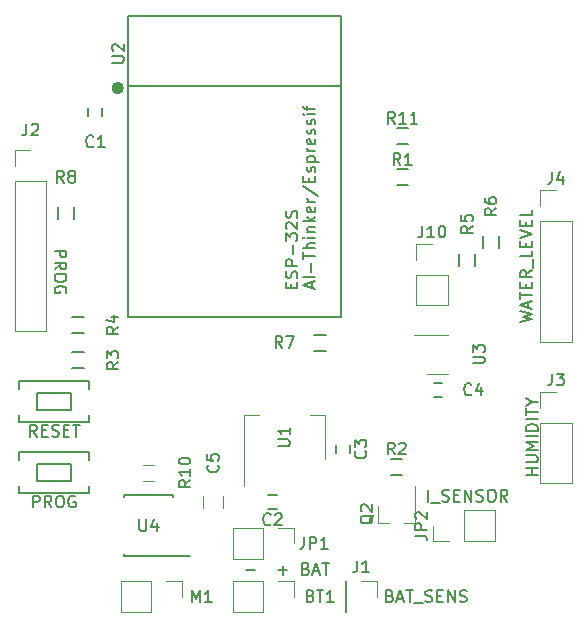
<source format=gto>
G04 #@! TF.FileFunction,Legend,Top*
%FSLAX46Y46*%
G04 Gerber Fmt 4.6, Leading zero omitted, Abs format (unit mm)*
G04 Created by KiCad (PCBNEW 4.0.7) date 2017 November 25, Saturday 16:53:06*
%MOMM*%
%LPD*%
G01*
G04 APERTURE LIST*
%ADD10C,0.100000*%
%ADD11C,0.150000*%
%ADD12C,0.500000*%
%ADD13C,0.120000*%
G04 APERTURE END LIST*
D10*
D11*
X50738095Y-75763429D02*
X51500000Y-75763429D01*
X53500000Y-75763429D02*
X54261905Y-75763429D01*
X53880953Y-76144381D02*
X53880953Y-75382476D01*
X55833334Y-75620571D02*
X55976191Y-75668190D01*
X56023810Y-75715810D01*
X56071429Y-75811048D01*
X56071429Y-75953905D01*
X56023810Y-76049143D01*
X55976191Y-76096762D01*
X55880953Y-76144381D01*
X55500000Y-76144381D01*
X55500000Y-75144381D01*
X55833334Y-75144381D01*
X55928572Y-75192000D01*
X55976191Y-75239619D01*
X56023810Y-75334857D01*
X56023810Y-75430095D01*
X55976191Y-75525333D01*
X55928572Y-75572952D01*
X55833334Y-75620571D01*
X55500000Y-75620571D01*
X56452381Y-75858667D02*
X56928572Y-75858667D01*
X56357143Y-76144381D02*
X56690476Y-75144381D01*
X57023810Y-76144381D01*
X57214286Y-75144381D02*
X57785715Y-75144381D01*
X57500000Y-76144381D02*
X57500000Y-75144381D01*
X34547619Y-48714286D02*
X35547619Y-48714286D01*
X35547619Y-49095239D01*
X35500000Y-49190477D01*
X35452381Y-49238096D01*
X35357143Y-49285715D01*
X35214286Y-49285715D01*
X35119048Y-49238096D01*
X35071429Y-49190477D01*
X35023810Y-49095239D01*
X35023810Y-48714286D01*
X34547619Y-50285715D02*
X35023810Y-49952381D01*
X34547619Y-49714286D02*
X35547619Y-49714286D01*
X35547619Y-50095239D01*
X35500000Y-50190477D01*
X35452381Y-50238096D01*
X35357143Y-50285715D01*
X35214286Y-50285715D01*
X35119048Y-50238096D01*
X35071429Y-50190477D01*
X35023810Y-50095239D01*
X35023810Y-49714286D01*
X35547619Y-50904762D02*
X35547619Y-51095239D01*
X35500000Y-51190477D01*
X35404762Y-51285715D01*
X35214286Y-51333334D01*
X34880952Y-51333334D01*
X34690476Y-51285715D01*
X34595238Y-51190477D01*
X34547619Y-51095239D01*
X34547619Y-50904762D01*
X34595238Y-50809524D01*
X34690476Y-50714286D01*
X34880952Y-50666667D01*
X35214286Y-50666667D01*
X35404762Y-50714286D01*
X35500000Y-50809524D01*
X35547619Y-50904762D01*
X35500000Y-52285715D02*
X35547619Y-52190477D01*
X35547619Y-52047620D01*
X35500000Y-51904762D01*
X35404762Y-51809524D01*
X35309524Y-51761905D01*
X35119048Y-51714286D01*
X34976190Y-51714286D01*
X34785714Y-51761905D01*
X34690476Y-51809524D01*
X34595238Y-51904762D01*
X34547619Y-52047620D01*
X34547619Y-52142858D01*
X34595238Y-52285715D01*
X34642857Y-52333334D01*
X34976190Y-52333334D01*
X34976190Y-52142858D01*
X62952381Y-77928571D02*
X63095238Y-77976190D01*
X63142857Y-78023810D01*
X63190476Y-78119048D01*
X63190476Y-78261905D01*
X63142857Y-78357143D01*
X63095238Y-78404762D01*
X63000000Y-78452381D01*
X62619047Y-78452381D01*
X62619047Y-77452381D01*
X62952381Y-77452381D01*
X63047619Y-77500000D01*
X63095238Y-77547619D01*
X63142857Y-77642857D01*
X63142857Y-77738095D01*
X63095238Y-77833333D01*
X63047619Y-77880952D01*
X62952381Y-77928571D01*
X62619047Y-77928571D01*
X63571428Y-78166667D02*
X64047619Y-78166667D01*
X63476190Y-78452381D02*
X63809523Y-77452381D01*
X64142857Y-78452381D01*
X64333333Y-77452381D02*
X64904762Y-77452381D01*
X64619047Y-78452381D02*
X64619047Y-77452381D01*
X65000000Y-78547619D02*
X65761905Y-78547619D01*
X65952381Y-78404762D02*
X66095238Y-78452381D01*
X66333334Y-78452381D01*
X66428572Y-78404762D01*
X66476191Y-78357143D01*
X66523810Y-78261905D01*
X66523810Y-78166667D01*
X66476191Y-78071429D01*
X66428572Y-78023810D01*
X66333334Y-77976190D01*
X66142857Y-77928571D01*
X66047619Y-77880952D01*
X66000000Y-77833333D01*
X65952381Y-77738095D01*
X65952381Y-77642857D01*
X66000000Y-77547619D01*
X66047619Y-77500000D01*
X66142857Y-77452381D01*
X66380953Y-77452381D01*
X66523810Y-77500000D01*
X66952381Y-77928571D02*
X67285715Y-77928571D01*
X67428572Y-78452381D02*
X66952381Y-78452381D01*
X66952381Y-77452381D01*
X67428572Y-77452381D01*
X67857143Y-78452381D02*
X67857143Y-77452381D01*
X68428572Y-78452381D01*
X68428572Y-77452381D01*
X68857143Y-78404762D02*
X69000000Y-78452381D01*
X69238096Y-78452381D01*
X69333334Y-78404762D01*
X69380953Y-78357143D01*
X69428572Y-78261905D01*
X69428572Y-78166667D01*
X69380953Y-78071429D01*
X69333334Y-78023810D01*
X69238096Y-77976190D01*
X69047619Y-77928571D01*
X68952381Y-77880952D01*
X68904762Y-77833333D01*
X68857143Y-77738095D01*
X68857143Y-77642857D01*
X68904762Y-77547619D01*
X68952381Y-77500000D01*
X69047619Y-77452381D01*
X69285715Y-77452381D01*
X69428572Y-77500000D01*
X66166667Y-69952381D02*
X66166667Y-68952381D01*
X66404762Y-70047619D02*
X67166667Y-70047619D01*
X67357143Y-69904762D02*
X67500000Y-69952381D01*
X67738096Y-69952381D01*
X67833334Y-69904762D01*
X67880953Y-69857143D01*
X67928572Y-69761905D01*
X67928572Y-69666667D01*
X67880953Y-69571429D01*
X67833334Y-69523810D01*
X67738096Y-69476190D01*
X67547619Y-69428571D01*
X67452381Y-69380952D01*
X67404762Y-69333333D01*
X67357143Y-69238095D01*
X67357143Y-69142857D01*
X67404762Y-69047619D01*
X67452381Y-69000000D01*
X67547619Y-68952381D01*
X67785715Y-68952381D01*
X67928572Y-69000000D01*
X68357143Y-69428571D02*
X68690477Y-69428571D01*
X68833334Y-69952381D02*
X68357143Y-69952381D01*
X68357143Y-68952381D01*
X68833334Y-68952381D01*
X69261905Y-69952381D02*
X69261905Y-68952381D01*
X69833334Y-69952381D01*
X69833334Y-68952381D01*
X70261905Y-69904762D02*
X70404762Y-69952381D01*
X70642858Y-69952381D01*
X70738096Y-69904762D01*
X70785715Y-69857143D01*
X70833334Y-69761905D01*
X70833334Y-69666667D01*
X70785715Y-69571429D01*
X70738096Y-69523810D01*
X70642858Y-69476190D01*
X70452381Y-69428571D01*
X70357143Y-69380952D01*
X70309524Y-69333333D01*
X70261905Y-69238095D01*
X70261905Y-69142857D01*
X70309524Y-69047619D01*
X70357143Y-69000000D01*
X70452381Y-68952381D01*
X70690477Y-68952381D01*
X70833334Y-69000000D01*
X71452381Y-68952381D02*
X71642858Y-68952381D01*
X71738096Y-69000000D01*
X71833334Y-69095238D01*
X71880953Y-69285714D01*
X71880953Y-69619048D01*
X71833334Y-69809524D01*
X71738096Y-69904762D01*
X71642858Y-69952381D01*
X71452381Y-69952381D01*
X71357143Y-69904762D01*
X71261905Y-69809524D01*
X71214286Y-69619048D01*
X71214286Y-69285714D01*
X71261905Y-69095238D01*
X71357143Y-69000000D01*
X71452381Y-68952381D01*
X72880953Y-69952381D02*
X72547619Y-69476190D01*
X72309524Y-69952381D02*
X72309524Y-68952381D01*
X72690477Y-68952381D01*
X72785715Y-69000000D01*
X72833334Y-69047619D01*
X72880953Y-69142857D01*
X72880953Y-69285714D01*
X72833334Y-69380952D01*
X72785715Y-69428571D01*
X72690477Y-69476190D01*
X72309524Y-69476190D01*
X73952381Y-54714286D02*
X74952381Y-54476191D01*
X74238095Y-54285714D01*
X74952381Y-54095238D01*
X73952381Y-53857143D01*
X74666667Y-53523810D02*
X74666667Y-53047619D01*
X74952381Y-53619048D02*
X73952381Y-53285715D01*
X74952381Y-52952381D01*
X73952381Y-52761905D02*
X73952381Y-52190476D01*
X74952381Y-52476191D02*
X73952381Y-52476191D01*
X74428571Y-51857143D02*
X74428571Y-51523809D01*
X74952381Y-51380952D02*
X74952381Y-51857143D01*
X73952381Y-51857143D01*
X73952381Y-51380952D01*
X74952381Y-50380952D02*
X74476190Y-50714286D01*
X74952381Y-50952381D02*
X73952381Y-50952381D01*
X73952381Y-50571428D01*
X74000000Y-50476190D01*
X74047619Y-50428571D01*
X74142857Y-50380952D01*
X74285714Y-50380952D01*
X74380952Y-50428571D01*
X74428571Y-50476190D01*
X74476190Y-50571428D01*
X74476190Y-50952381D01*
X75047619Y-50190476D02*
X75047619Y-49428571D01*
X74952381Y-48714285D02*
X74952381Y-49190476D01*
X73952381Y-49190476D01*
X74428571Y-48380952D02*
X74428571Y-48047618D01*
X74952381Y-47904761D02*
X74952381Y-48380952D01*
X73952381Y-48380952D01*
X73952381Y-47904761D01*
X73952381Y-47619047D02*
X74952381Y-47285714D01*
X73952381Y-46952380D01*
X74428571Y-46619047D02*
X74428571Y-46285713D01*
X74952381Y-46142856D02*
X74952381Y-46619047D01*
X73952381Y-46619047D01*
X73952381Y-46142856D01*
X74952381Y-45238094D02*
X74952381Y-45714285D01*
X73952381Y-45714285D01*
X75452381Y-67666666D02*
X74452381Y-67666666D01*
X74928571Y-67666666D02*
X74928571Y-67095237D01*
X75452381Y-67095237D02*
X74452381Y-67095237D01*
X74452381Y-66619047D02*
X75261905Y-66619047D01*
X75357143Y-66571428D01*
X75404762Y-66523809D01*
X75452381Y-66428571D01*
X75452381Y-66238094D01*
X75404762Y-66142856D01*
X75357143Y-66095237D01*
X75261905Y-66047618D01*
X74452381Y-66047618D01*
X75452381Y-65571428D02*
X74452381Y-65571428D01*
X75166667Y-65238094D01*
X74452381Y-64904761D01*
X75452381Y-64904761D01*
X75452381Y-64428571D02*
X74452381Y-64428571D01*
X75452381Y-63952381D02*
X74452381Y-63952381D01*
X74452381Y-63714286D01*
X74500000Y-63571428D01*
X74595238Y-63476190D01*
X74690476Y-63428571D01*
X74880952Y-63380952D01*
X75023810Y-63380952D01*
X75214286Y-63428571D01*
X75309524Y-63476190D01*
X75404762Y-63571428D01*
X75452381Y-63714286D01*
X75452381Y-63952381D01*
X75452381Y-62952381D02*
X74452381Y-62952381D01*
X74452381Y-62619048D02*
X74452381Y-62047619D01*
X75452381Y-62333334D02*
X74452381Y-62333334D01*
X74976190Y-61523810D02*
X75452381Y-61523810D01*
X74452381Y-61857143D02*
X74976190Y-61523810D01*
X74452381Y-61190476D01*
D12*
X40177981Y-34946000D02*
G75*
G03X40177981Y-34946000I-283981J0D01*
G01*
D11*
X58800000Y-34800000D02*
X40800000Y-34800000D01*
X40800000Y-28800000D02*
X40800000Y-54300000D01*
X58800000Y-28800000D02*
X58800000Y-54300000D01*
X58800000Y-54300000D02*
X40800000Y-54300000D01*
X58800000Y-28800000D02*
X40800000Y-28800000D01*
X37400000Y-37350000D02*
X37400000Y-36650000D01*
X38600000Y-36650000D02*
X38600000Y-37350000D01*
X53350000Y-70600000D02*
X52650000Y-70600000D01*
X52650000Y-69400000D02*
X53350000Y-69400000D01*
X58400000Y-65850000D02*
X58400000Y-65150000D01*
X59600000Y-65150000D02*
X59600000Y-65850000D01*
X67350000Y-61100000D02*
X66650000Y-61100000D01*
X66650000Y-59900000D02*
X67350000Y-59900000D01*
X63500000Y-41825000D02*
X64500000Y-41825000D01*
X64500000Y-43175000D02*
X63500000Y-43175000D01*
X64000000Y-67675000D02*
X63000000Y-67675000D01*
X63000000Y-66325000D02*
X64000000Y-66325000D01*
X36000000Y-57325000D02*
X37000000Y-57325000D01*
X37000000Y-58675000D02*
X36000000Y-58675000D01*
X36000000Y-54325000D02*
X37000000Y-54325000D01*
X37000000Y-55675000D02*
X36000000Y-55675000D01*
X68825000Y-50000000D02*
X68825000Y-49000000D01*
X70175000Y-49000000D02*
X70175000Y-50000000D01*
X70825000Y-48500000D02*
X70825000Y-47500000D01*
X72175000Y-47500000D02*
X72175000Y-48500000D01*
X33100000Y-66800000D02*
X35900000Y-66800000D01*
X35900000Y-66800000D02*
X35900000Y-68200000D01*
X35900000Y-68200000D02*
X33100000Y-68200000D01*
X33100000Y-68200000D02*
X33100000Y-66800000D01*
X37500000Y-65750000D02*
X37500000Y-66400000D01*
X37500000Y-69250000D02*
X37500000Y-68600000D01*
X31500000Y-68600000D02*
X31500000Y-69250000D01*
X31500000Y-65750000D02*
X31500000Y-66400000D01*
X37500000Y-65750000D02*
X31500000Y-65750000D01*
X31500000Y-69250000D02*
X37500000Y-69250000D01*
X33100000Y-60800000D02*
X35900000Y-60800000D01*
X35900000Y-60800000D02*
X35900000Y-62200000D01*
X35900000Y-62200000D02*
X33100000Y-62200000D01*
X33100000Y-62200000D02*
X33100000Y-60800000D01*
X37500000Y-59750000D02*
X37500000Y-60400000D01*
X37500000Y-63250000D02*
X37500000Y-62600000D01*
X31500000Y-62600000D02*
X31500000Y-63250000D01*
X31500000Y-59750000D02*
X31500000Y-60400000D01*
X37500000Y-59750000D02*
X31500000Y-59750000D01*
X31500000Y-63250000D02*
X37500000Y-63250000D01*
D13*
X66100000Y-59110000D02*
X67900000Y-59110000D01*
X67900000Y-55890000D02*
X64950000Y-55890000D01*
D11*
X56500000Y-55825000D02*
X57500000Y-55825000D01*
X57500000Y-57175000D02*
X56500000Y-57175000D01*
X34825000Y-46000000D02*
X34825000Y-45000000D01*
X36175000Y-45000000D02*
X36175000Y-46000000D01*
D13*
X57410000Y-62590000D02*
X56150000Y-62590000D01*
X50590000Y-62590000D02*
X51850000Y-62590000D01*
X57410000Y-66350000D02*
X57410000Y-62590000D01*
X50590000Y-68600000D02*
X50590000Y-62590000D01*
X47150000Y-69500000D02*
X47150000Y-70500000D01*
X48850000Y-70500000D02*
X48850000Y-69500000D01*
X42000000Y-66820000D02*
X43000000Y-66820000D01*
X43000000Y-68180000D02*
X42000000Y-68180000D01*
D11*
X63500000Y-38325000D02*
X64500000Y-38325000D01*
X64500000Y-39675000D02*
X63500000Y-39675000D01*
X44575000Y-74575000D02*
X44575000Y-74525000D01*
X40425000Y-74575000D02*
X40425000Y-74430000D01*
X40425000Y-69425000D02*
X40425000Y-69570000D01*
X44575000Y-69425000D02*
X44575000Y-69570000D01*
X44575000Y-74575000D02*
X40425000Y-74575000D01*
X44575000Y-69425000D02*
X40425000Y-69425000D01*
X44575000Y-74525000D02*
X45975000Y-74525000D01*
D13*
X61920000Y-71760000D02*
X62850000Y-71760000D01*
X65080000Y-71760000D02*
X64150000Y-71760000D01*
X65080000Y-71760000D02*
X65080000Y-68600000D01*
X61920000Y-71760000D02*
X61920000Y-70300000D01*
X49630000Y-76670000D02*
X49630000Y-79330000D01*
X52230000Y-76670000D02*
X49630000Y-76670000D01*
X52230000Y-79330000D02*
X49630000Y-79330000D01*
X52230000Y-76670000D02*
X52230000Y-79330000D01*
X53500000Y-76670000D02*
X54830000Y-76670000D01*
X54830000Y-76670000D02*
X54830000Y-78000000D01*
X75670000Y-68410000D02*
X78330000Y-68410000D01*
X75670000Y-63270000D02*
X75670000Y-68410000D01*
X78330000Y-63270000D02*
X78330000Y-68410000D01*
X75670000Y-63270000D02*
X78330000Y-63270000D01*
X75670000Y-62000000D02*
X75670000Y-60670000D01*
X75670000Y-60670000D02*
X77000000Y-60670000D01*
X75670000Y-56410000D02*
X78330000Y-56410000D01*
X75670000Y-46190000D02*
X75670000Y-56410000D01*
X78330000Y-46190000D02*
X78330000Y-56410000D01*
X75670000Y-46190000D02*
X78330000Y-46190000D01*
X75670000Y-44920000D02*
X75670000Y-43590000D01*
X75670000Y-43590000D02*
X77000000Y-43590000D01*
X65170000Y-53330000D02*
X67830000Y-53330000D01*
X65170000Y-50730000D02*
X65170000Y-53330000D01*
X67830000Y-50730000D02*
X67830000Y-53330000D01*
X65170000Y-50730000D02*
X67830000Y-50730000D01*
X65170000Y-49460000D02*
X65170000Y-48130000D01*
X65170000Y-48130000D02*
X66500000Y-48130000D01*
X49630000Y-72170000D02*
X49630000Y-74830000D01*
X52230000Y-72170000D02*
X49630000Y-72170000D01*
X52230000Y-74830000D02*
X49630000Y-74830000D01*
X52230000Y-72170000D02*
X52230000Y-74830000D01*
X53500000Y-72170000D02*
X54830000Y-72170000D01*
X54830000Y-72170000D02*
X54830000Y-73500000D01*
X71830000Y-73330000D02*
X71830000Y-70670000D01*
X69230000Y-73330000D02*
X71830000Y-73330000D01*
X69230000Y-70670000D02*
X71830000Y-70670000D01*
X69230000Y-73330000D02*
X69230000Y-70670000D01*
X67960000Y-73330000D02*
X66630000Y-73330000D01*
X66630000Y-73330000D02*
X66630000Y-72000000D01*
X40130000Y-76670000D02*
X40130000Y-79330000D01*
X42730000Y-76670000D02*
X40130000Y-76670000D01*
X42730000Y-79330000D02*
X40130000Y-79330000D01*
X42730000Y-76670000D02*
X42730000Y-79330000D01*
X44000000Y-76670000D02*
X45330000Y-76670000D01*
X45330000Y-76670000D02*
X45330000Y-78000000D01*
X59170000Y-76670000D02*
X59170000Y-79330000D01*
X59230000Y-76670000D02*
X59170000Y-76670000D01*
X59230000Y-79330000D02*
X59170000Y-79330000D01*
X59230000Y-76670000D02*
X59230000Y-79330000D01*
X60500000Y-76670000D02*
X61830000Y-76670000D01*
X61830000Y-76670000D02*
X61830000Y-78000000D01*
X31170000Y-55530000D02*
X33830000Y-55530000D01*
X31170000Y-42770000D02*
X31170000Y-55530000D01*
X33830000Y-42770000D02*
X33830000Y-55530000D01*
X31170000Y-42770000D02*
X33830000Y-42770000D01*
X31170000Y-41500000D02*
X31170000Y-40170000D01*
X31170000Y-40170000D02*
X32500000Y-40170000D01*
D11*
X39404947Y-32779243D02*
X40214471Y-32779243D01*
X40309709Y-32731624D01*
X40357328Y-32684005D01*
X40404947Y-32588767D01*
X40404947Y-32398290D01*
X40357328Y-32303052D01*
X40309709Y-32255433D01*
X40214471Y-32207814D01*
X39404947Y-32207814D01*
X39500185Y-31779243D02*
X39452566Y-31731624D01*
X39404947Y-31636386D01*
X39404947Y-31398290D01*
X39452566Y-31303052D01*
X39500185Y-31255433D01*
X39595423Y-31207814D01*
X39690661Y-31207814D01*
X39833518Y-31255433D01*
X40404947Y-31826862D01*
X40404947Y-31207814D01*
X56319233Y-51884005D02*
X56319233Y-51407814D01*
X56604947Y-51979243D02*
X55604947Y-51645910D01*
X56604947Y-51312576D01*
X56604947Y-50979243D02*
X55604947Y-50979243D01*
X56223995Y-50503053D02*
X56223995Y-49741148D01*
X55604947Y-49407815D02*
X55604947Y-48836386D01*
X56604947Y-49122101D02*
X55604947Y-49122101D01*
X56604947Y-48503053D02*
X55604947Y-48503053D01*
X56604947Y-48074481D02*
X56081137Y-48074481D01*
X55985899Y-48122100D01*
X55938280Y-48217338D01*
X55938280Y-48360196D01*
X55985899Y-48455434D01*
X56033518Y-48503053D01*
X56604947Y-47598291D02*
X55938280Y-47598291D01*
X55604947Y-47598291D02*
X55652566Y-47645910D01*
X55700185Y-47598291D01*
X55652566Y-47550672D01*
X55604947Y-47598291D01*
X55700185Y-47598291D01*
X55938280Y-47122101D02*
X56604947Y-47122101D01*
X56033518Y-47122101D02*
X55985899Y-47074482D01*
X55938280Y-46979244D01*
X55938280Y-46836386D01*
X55985899Y-46741148D01*
X56081137Y-46693529D01*
X56604947Y-46693529D01*
X56604947Y-46217339D02*
X55604947Y-46217339D01*
X56223995Y-46122101D02*
X56604947Y-45836386D01*
X55938280Y-45836386D02*
X56319233Y-46217339D01*
X56557328Y-45026862D02*
X56604947Y-45122100D01*
X56604947Y-45312577D01*
X56557328Y-45407815D01*
X56462090Y-45455434D01*
X56081137Y-45455434D01*
X55985899Y-45407815D01*
X55938280Y-45312577D01*
X55938280Y-45122100D01*
X55985899Y-45026862D01*
X56081137Y-44979243D01*
X56176376Y-44979243D01*
X56271614Y-45455434D01*
X56604947Y-44550672D02*
X55938280Y-44550672D01*
X56128756Y-44550672D02*
X56033518Y-44503053D01*
X55985899Y-44455434D01*
X55938280Y-44360196D01*
X55938280Y-44264957D01*
X55557328Y-43217338D02*
X56843042Y-44074481D01*
X56081137Y-42884005D02*
X56081137Y-42550671D01*
X56604947Y-42407814D02*
X56604947Y-42884005D01*
X55604947Y-42884005D01*
X55604947Y-42407814D01*
X56557328Y-42026862D02*
X56604947Y-41931624D01*
X56604947Y-41741148D01*
X56557328Y-41645909D01*
X56462090Y-41598290D01*
X56414471Y-41598290D01*
X56319233Y-41645909D01*
X56271614Y-41741148D01*
X56271614Y-41884005D01*
X56223995Y-41979243D01*
X56128756Y-42026862D01*
X56081137Y-42026862D01*
X55985899Y-41979243D01*
X55938280Y-41884005D01*
X55938280Y-41741148D01*
X55985899Y-41645909D01*
X55938280Y-41169719D02*
X56938280Y-41169719D01*
X55985899Y-41169719D02*
X55938280Y-41074481D01*
X55938280Y-40884004D01*
X55985899Y-40788766D01*
X56033518Y-40741147D01*
X56128756Y-40693528D01*
X56414471Y-40693528D01*
X56509709Y-40741147D01*
X56557328Y-40788766D01*
X56604947Y-40884004D01*
X56604947Y-41074481D01*
X56557328Y-41169719D01*
X56604947Y-40264957D02*
X55938280Y-40264957D01*
X56128756Y-40264957D02*
X56033518Y-40217338D01*
X55985899Y-40169719D01*
X55938280Y-40074481D01*
X55938280Y-39979242D01*
X56557328Y-39264956D02*
X56604947Y-39360194D01*
X56604947Y-39550671D01*
X56557328Y-39645909D01*
X56462090Y-39693528D01*
X56081137Y-39693528D01*
X55985899Y-39645909D01*
X55938280Y-39550671D01*
X55938280Y-39360194D01*
X55985899Y-39264956D01*
X56081137Y-39217337D01*
X56176376Y-39217337D01*
X56271614Y-39693528D01*
X56557328Y-38836385D02*
X56604947Y-38741147D01*
X56604947Y-38550671D01*
X56557328Y-38455432D01*
X56462090Y-38407813D01*
X56414471Y-38407813D01*
X56319233Y-38455432D01*
X56271614Y-38550671D01*
X56271614Y-38693528D01*
X56223995Y-38788766D01*
X56128756Y-38836385D01*
X56081137Y-38836385D01*
X55985899Y-38788766D01*
X55938280Y-38693528D01*
X55938280Y-38550671D01*
X55985899Y-38455432D01*
X56557328Y-38026861D02*
X56604947Y-37931623D01*
X56604947Y-37741147D01*
X56557328Y-37645908D01*
X56462090Y-37598289D01*
X56414471Y-37598289D01*
X56319233Y-37645908D01*
X56271614Y-37741147D01*
X56271614Y-37884004D01*
X56223995Y-37979242D01*
X56128756Y-38026861D01*
X56081137Y-38026861D01*
X55985899Y-37979242D01*
X55938280Y-37884004D01*
X55938280Y-37741147D01*
X55985899Y-37645908D01*
X56604947Y-37169718D02*
X55938280Y-37169718D01*
X55604947Y-37169718D02*
X55652566Y-37217337D01*
X55700185Y-37169718D01*
X55652566Y-37122099D01*
X55604947Y-37169718D01*
X55700185Y-37169718D01*
X55938280Y-36836385D02*
X55938280Y-36455433D01*
X56604947Y-36693528D02*
X55747804Y-36693528D01*
X55652566Y-36645909D01*
X55604947Y-36550671D01*
X55604947Y-36455433D01*
X54581137Y-51855433D02*
X54581137Y-51522099D01*
X55104947Y-51379242D02*
X55104947Y-51855433D01*
X54104947Y-51855433D01*
X54104947Y-51379242D01*
X55057328Y-50998290D02*
X55104947Y-50855433D01*
X55104947Y-50617337D01*
X55057328Y-50522099D01*
X55009709Y-50474480D01*
X54914471Y-50426861D01*
X54819233Y-50426861D01*
X54723995Y-50474480D01*
X54676376Y-50522099D01*
X54628756Y-50617337D01*
X54581137Y-50807814D01*
X54533518Y-50903052D01*
X54485899Y-50950671D01*
X54390661Y-50998290D01*
X54295423Y-50998290D01*
X54200185Y-50950671D01*
X54152566Y-50903052D01*
X54104947Y-50807814D01*
X54104947Y-50569718D01*
X54152566Y-50426861D01*
X55104947Y-49998290D02*
X54104947Y-49998290D01*
X54104947Y-49617337D01*
X54152566Y-49522099D01*
X54200185Y-49474480D01*
X54295423Y-49426861D01*
X54438280Y-49426861D01*
X54533518Y-49474480D01*
X54581137Y-49522099D01*
X54628756Y-49617337D01*
X54628756Y-49998290D01*
X54723995Y-48998290D02*
X54723995Y-48236385D01*
X54104947Y-47855433D02*
X54104947Y-47236385D01*
X54485899Y-47569719D01*
X54485899Y-47426861D01*
X54533518Y-47331623D01*
X54581137Y-47284004D01*
X54676376Y-47236385D01*
X54914471Y-47236385D01*
X55009709Y-47284004D01*
X55057328Y-47331623D01*
X55104947Y-47426861D01*
X55104947Y-47712576D01*
X55057328Y-47807814D01*
X55009709Y-47855433D01*
X54200185Y-46855433D02*
X54152566Y-46807814D01*
X54104947Y-46712576D01*
X54104947Y-46474480D01*
X54152566Y-46379242D01*
X54200185Y-46331623D01*
X54295423Y-46284004D01*
X54390661Y-46284004D01*
X54533518Y-46331623D01*
X55104947Y-46903052D01*
X55104947Y-46284004D01*
X55057328Y-45903052D02*
X55104947Y-45760195D01*
X55104947Y-45522099D01*
X55057328Y-45426861D01*
X55009709Y-45379242D01*
X54914471Y-45331623D01*
X54819233Y-45331623D01*
X54723995Y-45379242D01*
X54676376Y-45426861D01*
X54628756Y-45522099D01*
X54581137Y-45712576D01*
X54533518Y-45807814D01*
X54485899Y-45855433D01*
X54390661Y-45903052D01*
X54295423Y-45903052D01*
X54200185Y-45855433D01*
X54152566Y-45807814D01*
X54104947Y-45712576D01*
X54104947Y-45474480D01*
X54152566Y-45331623D01*
X37833334Y-39857143D02*
X37785715Y-39904762D01*
X37642858Y-39952381D01*
X37547620Y-39952381D01*
X37404762Y-39904762D01*
X37309524Y-39809524D01*
X37261905Y-39714286D01*
X37214286Y-39523810D01*
X37214286Y-39380952D01*
X37261905Y-39190476D01*
X37309524Y-39095238D01*
X37404762Y-39000000D01*
X37547620Y-38952381D01*
X37642858Y-38952381D01*
X37785715Y-39000000D01*
X37833334Y-39047619D01*
X38785715Y-39952381D02*
X38214286Y-39952381D01*
X38500000Y-39952381D02*
X38500000Y-38952381D01*
X38404762Y-39095238D01*
X38309524Y-39190476D01*
X38214286Y-39238095D01*
X52833334Y-71857143D02*
X52785715Y-71904762D01*
X52642858Y-71952381D01*
X52547620Y-71952381D01*
X52404762Y-71904762D01*
X52309524Y-71809524D01*
X52261905Y-71714286D01*
X52214286Y-71523810D01*
X52214286Y-71380952D01*
X52261905Y-71190476D01*
X52309524Y-71095238D01*
X52404762Y-71000000D01*
X52547620Y-70952381D01*
X52642858Y-70952381D01*
X52785715Y-71000000D01*
X52833334Y-71047619D01*
X53214286Y-71047619D02*
X53261905Y-71000000D01*
X53357143Y-70952381D01*
X53595239Y-70952381D01*
X53690477Y-71000000D01*
X53738096Y-71047619D01*
X53785715Y-71142857D01*
X53785715Y-71238095D01*
X53738096Y-71380952D01*
X53166667Y-71952381D01*
X53785715Y-71952381D01*
X60857143Y-65666666D02*
X60904762Y-65714285D01*
X60952381Y-65857142D01*
X60952381Y-65952380D01*
X60904762Y-66095238D01*
X60809524Y-66190476D01*
X60714286Y-66238095D01*
X60523810Y-66285714D01*
X60380952Y-66285714D01*
X60190476Y-66238095D01*
X60095238Y-66190476D01*
X60000000Y-66095238D01*
X59952381Y-65952380D01*
X59952381Y-65857142D01*
X60000000Y-65714285D01*
X60047619Y-65666666D01*
X59952381Y-65333333D02*
X59952381Y-64714285D01*
X60333333Y-65047619D01*
X60333333Y-64904761D01*
X60380952Y-64809523D01*
X60428571Y-64761904D01*
X60523810Y-64714285D01*
X60761905Y-64714285D01*
X60857143Y-64761904D01*
X60904762Y-64809523D01*
X60952381Y-64904761D01*
X60952381Y-65190476D01*
X60904762Y-65285714D01*
X60857143Y-65333333D01*
X69833334Y-60857143D02*
X69785715Y-60904762D01*
X69642858Y-60952381D01*
X69547620Y-60952381D01*
X69404762Y-60904762D01*
X69309524Y-60809524D01*
X69261905Y-60714286D01*
X69214286Y-60523810D01*
X69214286Y-60380952D01*
X69261905Y-60190476D01*
X69309524Y-60095238D01*
X69404762Y-60000000D01*
X69547620Y-59952381D01*
X69642858Y-59952381D01*
X69785715Y-60000000D01*
X69833334Y-60047619D01*
X70690477Y-60285714D02*
X70690477Y-60952381D01*
X70452381Y-59904762D02*
X70214286Y-60619048D01*
X70833334Y-60619048D01*
X63833334Y-41452381D02*
X63500000Y-40976190D01*
X63261905Y-41452381D02*
X63261905Y-40452381D01*
X63642858Y-40452381D01*
X63738096Y-40500000D01*
X63785715Y-40547619D01*
X63833334Y-40642857D01*
X63833334Y-40785714D01*
X63785715Y-40880952D01*
X63738096Y-40928571D01*
X63642858Y-40976190D01*
X63261905Y-40976190D01*
X64785715Y-41452381D02*
X64214286Y-41452381D01*
X64500000Y-41452381D02*
X64500000Y-40452381D01*
X64404762Y-40595238D01*
X64309524Y-40690476D01*
X64214286Y-40738095D01*
X63333334Y-65952381D02*
X63000000Y-65476190D01*
X62761905Y-65952381D02*
X62761905Y-64952381D01*
X63142858Y-64952381D01*
X63238096Y-65000000D01*
X63285715Y-65047619D01*
X63333334Y-65142857D01*
X63333334Y-65285714D01*
X63285715Y-65380952D01*
X63238096Y-65428571D01*
X63142858Y-65476190D01*
X62761905Y-65476190D01*
X63714286Y-65047619D02*
X63761905Y-65000000D01*
X63857143Y-64952381D01*
X64095239Y-64952381D01*
X64190477Y-65000000D01*
X64238096Y-65047619D01*
X64285715Y-65142857D01*
X64285715Y-65238095D01*
X64238096Y-65380952D01*
X63666667Y-65952381D01*
X64285715Y-65952381D01*
X39952381Y-58166666D02*
X39476190Y-58500000D01*
X39952381Y-58738095D02*
X38952381Y-58738095D01*
X38952381Y-58357142D01*
X39000000Y-58261904D01*
X39047619Y-58214285D01*
X39142857Y-58166666D01*
X39285714Y-58166666D01*
X39380952Y-58214285D01*
X39428571Y-58261904D01*
X39476190Y-58357142D01*
X39476190Y-58738095D01*
X38952381Y-57833333D02*
X38952381Y-57214285D01*
X39333333Y-57547619D01*
X39333333Y-57404761D01*
X39380952Y-57309523D01*
X39428571Y-57261904D01*
X39523810Y-57214285D01*
X39761905Y-57214285D01*
X39857143Y-57261904D01*
X39904762Y-57309523D01*
X39952381Y-57404761D01*
X39952381Y-57690476D01*
X39904762Y-57785714D01*
X39857143Y-57833333D01*
X39952381Y-55166666D02*
X39476190Y-55500000D01*
X39952381Y-55738095D02*
X38952381Y-55738095D01*
X38952381Y-55357142D01*
X39000000Y-55261904D01*
X39047619Y-55214285D01*
X39142857Y-55166666D01*
X39285714Y-55166666D01*
X39380952Y-55214285D01*
X39428571Y-55261904D01*
X39476190Y-55357142D01*
X39476190Y-55738095D01*
X39285714Y-54309523D02*
X39952381Y-54309523D01*
X38904762Y-54547619D02*
X39619048Y-54785714D01*
X39619048Y-54166666D01*
X69952381Y-46618666D02*
X69476190Y-46952000D01*
X69952381Y-47190095D02*
X68952381Y-47190095D01*
X68952381Y-46809142D01*
X69000000Y-46713904D01*
X69047619Y-46666285D01*
X69142857Y-46618666D01*
X69285714Y-46618666D01*
X69380952Y-46666285D01*
X69428571Y-46713904D01*
X69476190Y-46809142D01*
X69476190Y-47190095D01*
X68952381Y-45713904D02*
X68952381Y-46190095D01*
X69428571Y-46237714D01*
X69380952Y-46190095D01*
X69333333Y-46094857D01*
X69333333Y-45856761D01*
X69380952Y-45761523D01*
X69428571Y-45713904D01*
X69523810Y-45666285D01*
X69761905Y-45666285D01*
X69857143Y-45713904D01*
X69904762Y-45761523D01*
X69952381Y-45856761D01*
X69952381Y-46094857D01*
X69904762Y-46190095D01*
X69857143Y-46237714D01*
X71952381Y-45118666D02*
X71476190Y-45452000D01*
X71952381Y-45690095D02*
X70952381Y-45690095D01*
X70952381Y-45309142D01*
X71000000Y-45213904D01*
X71047619Y-45166285D01*
X71142857Y-45118666D01*
X71285714Y-45118666D01*
X71380952Y-45166285D01*
X71428571Y-45213904D01*
X71476190Y-45309142D01*
X71476190Y-45690095D01*
X70952381Y-44261523D02*
X70952381Y-44452000D01*
X71000000Y-44547238D01*
X71047619Y-44594857D01*
X71190476Y-44690095D01*
X71380952Y-44737714D01*
X71761905Y-44737714D01*
X71857143Y-44690095D01*
X71904762Y-44642476D01*
X71952381Y-44547238D01*
X71952381Y-44356761D01*
X71904762Y-44261523D01*
X71857143Y-44213904D01*
X71761905Y-44166285D01*
X71523810Y-44166285D01*
X71428571Y-44213904D01*
X71380952Y-44261523D01*
X71333333Y-44356761D01*
X71333333Y-44547238D01*
X71380952Y-44642476D01*
X71428571Y-44690095D01*
X71523810Y-44737714D01*
X32714286Y-70452381D02*
X32714286Y-69452381D01*
X33095239Y-69452381D01*
X33190477Y-69500000D01*
X33238096Y-69547619D01*
X33285715Y-69642857D01*
X33285715Y-69785714D01*
X33238096Y-69880952D01*
X33190477Y-69928571D01*
X33095239Y-69976190D01*
X32714286Y-69976190D01*
X34285715Y-70452381D02*
X33952381Y-69976190D01*
X33714286Y-70452381D02*
X33714286Y-69452381D01*
X34095239Y-69452381D01*
X34190477Y-69500000D01*
X34238096Y-69547619D01*
X34285715Y-69642857D01*
X34285715Y-69785714D01*
X34238096Y-69880952D01*
X34190477Y-69928571D01*
X34095239Y-69976190D01*
X33714286Y-69976190D01*
X34904762Y-69452381D02*
X35095239Y-69452381D01*
X35190477Y-69500000D01*
X35285715Y-69595238D01*
X35333334Y-69785714D01*
X35333334Y-70119048D01*
X35285715Y-70309524D01*
X35190477Y-70404762D01*
X35095239Y-70452381D01*
X34904762Y-70452381D01*
X34809524Y-70404762D01*
X34714286Y-70309524D01*
X34666667Y-70119048D01*
X34666667Y-69785714D01*
X34714286Y-69595238D01*
X34809524Y-69500000D01*
X34904762Y-69452381D01*
X36285715Y-69500000D02*
X36190477Y-69452381D01*
X36047620Y-69452381D01*
X35904762Y-69500000D01*
X35809524Y-69595238D01*
X35761905Y-69690476D01*
X35714286Y-69880952D01*
X35714286Y-70023810D01*
X35761905Y-70214286D01*
X35809524Y-70309524D01*
X35904762Y-70404762D01*
X36047620Y-70452381D01*
X36142858Y-70452381D01*
X36285715Y-70404762D01*
X36333334Y-70357143D01*
X36333334Y-70023810D01*
X36142858Y-70023810D01*
X33047619Y-64452381D02*
X32714285Y-63976190D01*
X32476190Y-64452381D02*
X32476190Y-63452381D01*
X32857143Y-63452381D01*
X32952381Y-63500000D01*
X33000000Y-63547619D01*
X33047619Y-63642857D01*
X33047619Y-63785714D01*
X33000000Y-63880952D01*
X32952381Y-63928571D01*
X32857143Y-63976190D01*
X32476190Y-63976190D01*
X33476190Y-63928571D02*
X33809524Y-63928571D01*
X33952381Y-64452381D02*
X33476190Y-64452381D01*
X33476190Y-63452381D01*
X33952381Y-63452381D01*
X34333333Y-64404762D02*
X34476190Y-64452381D01*
X34714286Y-64452381D01*
X34809524Y-64404762D01*
X34857143Y-64357143D01*
X34904762Y-64261905D01*
X34904762Y-64166667D01*
X34857143Y-64071429D01*
X34809524Y-64023810D01*
X34714286Y-63976190D01*
X34523809Y-63928571D01*
X34428571Y-63880952D01*
X34380952Y-63833333D01*
X34333333Y-63738095D01*
X34333333Y-63642857D01*
X34380952Y-63547619D01*
X34428571Y-63500000D01*
X34523809Y-63452381D01*
X34761905Y-63452381D01*
X34904762Y-63500000D01*
X35333333Y-63928571D02*
X35666667Y-63928571D01*
X35809524Y-64452381D02*
X35333333Y-64452381D01*
X35333333Y-63452381D01*
X35809524Y-63452381D01*
X36095238Y-63452381D02*
X36666667Y-63452381D01*
X36380952Y-64452381D02*
X36380952Y-63452381D01*
X69952381Y-58261905D02*
X70761905Y-58261905D01*
X70857143Y-58214286D01*
X70904762Y-58166667D01*
X70952381Y-58071429D01*
X70952381Y-57880952D01*
X70904762Y-57785714D01*
X70857143Y-57738095D01*
X70761905Y-57690476D01*
X69952381Y-57690476D01*
X69952381Y-57309524D02*
X69952381Y-56690476D01*
X70333333Y-57023810D01*
X70333333Y-56880952D01*
X70380952Y-56785714D01*
X70428571Y-56738095D01*
X70523810Y-56690476D01*
X70761905Y-56690476D01*
X70857143Y-56738095D01*
X70904762Y-56785714D01*
X70952381Y-56880952D01*
X70952381Y-57166667D01*
X70904762Y-57261905D01*
X70857143Y-57309524D01*
X53833334Y-56952381D02*
X53500000Y-56476190D01*
X53261905Y-56952381D02*
X53261905Y-55952381D01*
X53642858Y-55952381D01*
X53738096Y-56000000D01*
X53785715Y-56047619D01*
X53833334Y-56142857D01*
X53833334Y-56285714D01*
X53785715Y-56380952D01*
X53738096Y-56428571D01*
X53642858Y-56476190D01*
X53261905Y-56476190D01*
X54166667Y-55952381D02*
X54833334Y-55952381D01*
X54404762Y-56952381D01*
X35333334Y-42952381D02*
X35000000Y-42476190D01*
X34761905Y-42952381D02*
X34761905Y-41952381D01*
X35142858Y-41952381D01*
X35238096Y-42000000D01*
X35285715Y-42047619D01*
X35333334Y-42142857D01*
X35333334Y-42285714D01*
X35285715Y-42380952D01*
X35238096Y-42428571D01*
X35142858Y-42476190D01*
X34761905Y-42476190D01*
X35904762Y-42380952D02*
X35809524Y-42333333D01*
X35761905Y-42285714D01*
X35714286Y-42190476D01*
X35714286Y-42142857D01*
X35761905Y-42047619D01*
X35809524Y-42000000D01*
X35904762Y-41952381D01*
X36095239Y-41952381D01*
X36190477Y-42000000D01*
X36238096Y-42047619D01*
X36285715Y-42142857D01*
X36285715Y-42190476D01*
X36238096Y-42285714D01*
X36190477Y-42333333D01*
X36095239Y-42380952D01*
X35904762Y-42380952D01*
X35809524Y-42428571D01*
X35761905Y-42476190D01*
X35714286Y-42571429D01*
X35714286Y-42761905D01*
X35761905Y-42857143D01*
X35809524Y-42904762D01*
X35904762Y-42952381D01*
X36095239Y-42952381D01*
X36190477Y-42904762D01*
X36238096Y-42857143D01*
X36285715Y-42761905D01*
X36285715Y-42571429D01*
X36238096Y-42476190D01*
X36190477Y-42428571D01*
X36095239Y-42380952D01*
X53452381Y-65261905D02*
X54261905Y-65261905D01*
X54357143Y-65214286D01*
X54404762Y-65166667D01*
X54452381Y-65071429D01*
X54452381Y-64880952D01*
X54404762Y-64785714D01*
X54357143Y-64738095D01*
X54261905Y-64690476D01*
X53452381Y-64690476D01*
X54452381Y-63690476D02*
X54452381Y-64261905D01*
X54452381Y-63976191D02*
X53452381Y-63976191D01*
X53595238Y-64071429D01*
X53690476Y-64166667D01*
X53738095Y-64261905D01*
X48357143Y-66864666D02*
X48404762Y-66912285D01*
X48452381Y-67055142D01*
X48452381Y-67150380D01*
X48404762Y-67293238D01*
X48309524Y-67388476D01*
X48214286Y-67436095D01*
X48023810Y-67483714D01*
X47880952Y-67483714D01*
X47690476Y-67436095D01*
X47595238Y-67388476D01*
X47500000Y-67293238D01*
X47452381Y-67150380D01*
X47452381Y-67055142D01*
X47500000Y-66912285D01*
X47547619Y-66864666D01*
X47452381Y-65959904D02*
X47452381Y-66436095D01*
X47928571Y-66483714D01*
X47880952Y-66436095D01*
X47833333Y-66340857D01*
X47833333Y-66102761D01*
X47880952Y-66007523D01*
X47928571Y-65959904D01*
X48023810Y-65912285D01*
X48261905Y-65912285D01*
X48357143Y-65959904D01*
X48404762Y-66007523D01*
X48452381Y-66102761D01*
X48452381Y-66340857D01*
X48404762Y-66436095D01*
X48357143Y-66483714D01*
X46052381Y-68142857D02*
X45576190Y-68476191D01*
X46052381Y-68714286D02*
X45052381Y-68714286D01*
X45052381Y-68333333D01*
X45100000Y-68238095D01*
X45147619Y-68190476D01*
X45242857Y-68142857D01*
X45385714Y-68142857D01*
X45480952Y-68190476D01*
X45528571Y-68238095D01*
X45576190Y-68333333D01*
X45576190Y-68714286D01*
X46052381Y-67190476D02*
X46052381Y-67761905D01*
X46052381Y-67476191D02*
X45052381Y-67476191D01*
X45195238Y-67571429D01*
X45290476Y-67666667D01*
X45338095Y-67761905D01*
X45052381Y-66571429D02*
X45052381Y-66476190D01*
X45100000Y-66380952D01*
X45147619Y-66333333D01*
X45242857Y-66285714D01*
X45433333Y-66238095D01*
X45671429Y-66238095D01*
X45861905Y-66285714D01*
X45957143Y-66333333D01*
X46004762Y-66380952D01*
X46052381Y-66476190D01*
X46052381Y-66571429D01*
X46004762Y-66666667D01*
X45957143Y-66714286D01*
X45861905Y-66761905D01*
X45671429Y-66809524D01*
X45433333Y-66809524D01*
X45242857Y-66761905D01*
X45147619Y-66714286D01*
X45100000Y-66666667D01*
X45052381Y-66571429D01*
X63357143Y-37952381D02*
X63023809Y-37476190D01*
X62785714Y-37952381D02*
X62785714Y-36952381D01*
X63166667Y-36952381D01*
X63261905Y-37000000D01*
X63309524Y-37047619D01*
X63357143Y-37142857D01*
X63357143Y-37285714D01*
X63309524Y-37380952D01*
X63261905Y-37428571D01*
X63166667Y-37476190D01*
X62785714Y-37476190D01*
X64309524Y-37952381D02*
X63738095Y-37952381D01*
X64023809Y-37952381D02*
X64023809Y-36952381D01*
X63928571Y-37095238D01*
X63833333Y-37190476D01*
X63738095Y-37238095D01*
X65261905Y-37952381D02*
X64690476Y-37952381D01*
X64976190Y-37952381D02*
X64976190Y-36952381D01*
X64880952Y-37095238D01*
X64785714Y-37190476D01*
X64690476Y-37238095D01*
X41738095Y-71452381D02*
X41738095Y-72261905D01*
X41785714Y-72357143D01*
X41833333Y-72404762D01*
X41928571Y-72452381D01*
X42119048Y-72452381D01*
X42214286Y-72404762D01*
X42261905Y-72357143D01*
X42309524Y-72261905D01*
X42309524Y-71452381D01*
X43214286Y-71785714D02*
X43214286Y-72452381D01*
X42976190Y-71404762D02*
X42738095Y-72119048D01*
X43357143Y-72119048D01*
X61547619Y-71095238D02*
X61500000Y-71190476D01*
X61404762Y-71285714D01*
X61261905Y-71428571D01*
X61214286Y-71523810D01*
X61214286Y-71619048D01*
X61452381Y-71571429D02*
X61404762Y-71666667D01*
X61309524Y-71761905D01*
X61119048Y-71809524D01*
X60785714Y-71809524D01*
X60595238Y-71761905D01*
X60500000Y-71666667D01*
X60452381Y-71571429D01*
X60452381Y-71380952D01*
X60500000Y-71285714D01*
X60595238Y-71190476D01*
X60785714Y-71142857D01*
X61119048Y-71142857D01*
X61309524Y-71190476D01*
X61404762Y-71285714D01*
X61452381Y-71380952D01*
X61452381Y-71571429D01*
X60547619Y-70761905D02*
X60500000Y-70714286D01*
X60452381Y-70619048D01*
X60452381Y-70380952D01*
X60500000Y-70285714D01*
X60547619Y-70238095D01*
X60642857Y-70190476D01*
X60738095Y-70190476D01*
X60880952Y-70238095D01*
X61452381Y-70809524D01*
X61452381Y-70190476D01*
X56214286Y-77928571D02*
X56357143Y-77976190D01*
X56404762Y-78023810D01*
X56452381Y-78119048D01*
X56452381Y-78261905D01*
X56404762Y-78357143D01*
X56357143Y-78404762D01*
X56261905Y-78452381D01*
X55880952Y-78452381D01*
X55880952Y-77452381D01*
X56214286Y-77452381D01*
X56309524Y-77500000D01*
X56357143Y-77547619D01*
X56404762Y-77642857D01*
X56404762Y-77738095D01*
X56357143Y-77833333D01*
X56309524Y-77880952D01*
X56214286Y-77928571D01*
X55880952Y-77928571D01*
X56738095Y-77452381D02*
X57309524Y-77452381D01*
X57023809Y-78452381D02*
X57023809Y-77452381D01*
X58166667Y-78452381D02*
X57595238Y-78452381D01*
X57880952Y-78452381D02*
X57880952Y-77452381D01*
X57785714Y-77595238D01*
X57690476Y-77690476D01*
X57595238Y-77738095D01*
X76666667Y-59122381D02*
X76666667Y-59836667D01*
X76619047Y-59979524D01*
X76523809Y-60074762D01*
X76380952Y-60122381D01*
X76285714Y-60122381D01*
X77047619Y-59122381D02*
X77666667Y-59122381D01*
X77333333Y-59503333D01*
X77476191Y-59503333D01*
X77571429Y-59550952D01*
X77619048Y-59598571D01*
X77666667Y-59693810D01*
X77666667Y-59931905D01*
X77619048Y-60027143D01*
X77571429Y-60074762D01*
X77476191Y-60122381D01*
X77190476Y-60122381D01*
X77095238Y-60074762D01*
X77047619Y-60027143D01*
X76666667Y-42042381D02*
X76666667Y-42756667D01*
X76619047Y-42899524D01*
X76523809Y-42994762D01*
X76380952Y-43042381D01*
X76285714Y-43042381D01*
X77571429Y-42375714D02*
X77571429Y-43042381D01*
X77333333Y-41994762D02*
X77095238Y-42709048D01*
X77714286Y-42709048D01*
X65690477Y-46582381D02*
X65690477Y-47296667D01*
X65642857Y-47439524D01*
X65547619Y-47534762D01*
X65404762Y-47582381D01*
X65309524Y-47582381D01*
X66690477Y-47582381D02*
X66119048Y-47582381D01*
X66404762Y-47582381D02*
X66404762Y-46582381D01*
X66309524Y-46725238D01*
X66214286Y-46820476D01*
X66119048Y-46868095D01*
X67309524Y-46582381D02*
X67404763Y-46582381D01*
X67500001Y-46630000D01*
X67547620Y-46677619D01*
X67595239Y-46772857D01*
X67642858Y-46963333D01*
X67642858Y-47201429D01*
X67595239Y-47391905D01*
X67547620Y-47487143D01*
X67500001Y-47534762D01*
X67404763Y-47582381D01*
X67309524Y-47582381D01*
X67214286Y-47534762D01*
X67166667Y-47487143D01*
X67119048Y-47391905D01*
X67071429Y-47201429D01*
X67071429Y-46963333D01*
X67119048Y-46772857D01*
X67166667Y-46677619D01*
X67214286Y-46630000D01*
X67309524Y-46582381D01*
X55666667Y-72952381D02*
X55666667Y-73666667D01*
X55619047Y-73809524D01*
X55523809Y-73904762D01*
X55380952Y-73952381D01*
X55285714Y-73952381D01*
X56142857Y-73952381D02*
X56142857Y-72952381D01*
X56523810Y-72952381D01*
X56619048Y-73000000D01*
X56666667Y-73047619D01*
X56714286Y-73142857D01*
X56714286Y-73285714D01*
X56666667Y-73380952D01*
X56619048Y-73428571D01*
X56523810Y-73476190D01*
X56142857Y-73476190D01*
X57666667Y-73952381D02*
X57095238Y-73952381D01*
X57380952Y-73952381D02*
X57380952Y-72952381D01*
X57285714Y-73095238D01*
X57190476Y-73190476D01*
X57095238Y-73238095D01*
X65082381Y-72833333D02*
X65796667Y-72833333D01*
X65939524Y-72880953D01*
X66034762Y-72976191D01*
X66082381Y-73119048D01*
X66082381Y-73214286D01*
X66082381Y-72357143D02*
X65082381Y-72357143D01*
X65082381Y-71976190D01*
X65130000Y-71880952D01*
X65177619Y-71833333D01*
X65272857Y-71785714D01*
X65415714Y-71785714D01*
X65510952Y-71833333D01*
X65558571Y-71880952D01*
X65606190Y-71976190D01*
X65606190Y-72357143D01*
X65177619Y-71404762D02*
X65130000Y-71357143D01*
X65082381Y-71261905D01*
X65082381Y-71023809D01*
X65130000Y-70928571D01*
X65177619Y-70880952D01*
X65272857Y-70833333D01*
X65368095Y-70833333D01*
X65510952Y-70880952D01*
X66082381Y-71452381D01*
X66082381Y-70833333D01*
X46190476Y-78452381D02*
X46190476Y-77452381D01*
X46523810Y-78166667D01*
X46857143Y-77452381D01*
X46857143Y-78452381D01*
X47857143Y-78452381D02*
X47285714Y-78452381D01*
X47571428Y-78452381D02*
X47571428Y-77452381D01*
X47476190Y-77595238D01*
X47380952Y-77690476D01*
X47285714Y-77738095D01*
X60166667Y-74952381D02*
X60166667Y-75666667D01*
X60119047Y-75809524D01*
X60023809Y-75904762D01*
X59880952Y-75952381D01*
X59785714Y-75952381D01*
X61166667Y-75952381D02*
X60595238Y-75952381D01*
X60880952Y-75952381D02*
X60880952Y-74952381D01*
X60785714Y-75095238D01*
X60690476Y-75190476D01*
X60595238Y-75238095D01*
X32166667Y-37952381D02*
X32166667Y-38666667D01*
X32119047Y-38809524D01*
X32023809Y-38904762D01*
X31880952Y-38952381D01*
X31785714Y-38952381D01*
X32595238Y-38047619D02*
X32642857Y-38000000D01*
X32738095Y-37952381D01*
X32976191Y-37952381D01*
X33071429Y-38000000D01*
X33119048Y-38047619D01*
X33166667Y-38142857D01*
X33166667Y-38238095D01*
X33119048Y-38380952D01*
X32547619Y-38952381D01*
X33166667Y-38952381D01*
M02*

</source>
